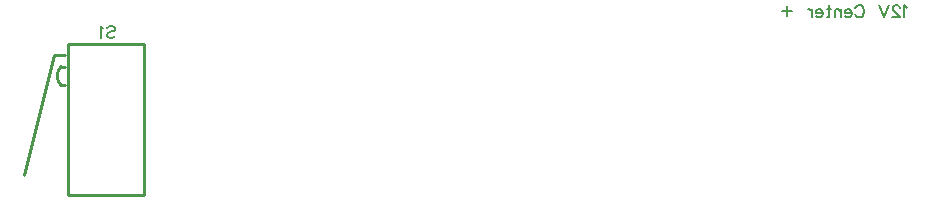
<source format=gbr>
G04 DipTrace 3.3.0.0*
G04 BottomSilk.gbr*
%MOIN*%
G04 #@! TF.FileFunction,Legend,Bot*
G04 #@! TF.Part,Single*
%ADD10C,0.009843*%
%ADD96C,0.006176*%
%FSLAX26Y26*%
G04*
G70*
G90*
G75*
G01*
G04 BotSilk*
%LPD*%
X1060083Y2846772D2*
D10*
X1315942D1*
Y2342835D1*
X1060083D1*
Y2846772D1*
X1051208Y2807313D2*
X1013685D1*
X913701Y2407288D1*
X1038682Y2769820D2*
G03X1038682Y2707282I31392J-31269D01*
G01*
Y2769820D2*
X1051208D1*
X1038682Y2707282D2*
X1051208D1*
X1192132Y2899602D2*
D96*
X1195935Y2903449D1*
X1201683Y2905350D1*
X1209332D1*
X1215080Y2903449D1*
X1218927Y2899602D1*
Y2895800D1*
X1216981Y2891953D1*
X1215080Y2890052D1*
X1211278Y2888150D1*
X1199781Y2884303D1*
X1195935Y2882402D1*
X1194033Y2880457D1*
X1192132Y2876654D1*
Y2870906D1*
X1195935Y2867104D1*
X1201683Y2865158D1*
X1209332D1*
X1215080Y2867104D1*
X1218927Y2870906D1*
X1179781Y2897657D2*
X1175934Y2899602D1*
X1170186Y2905306D1*
Y2865158D1*
X3857969Y2966606D2*
X3854122Y2968551D1*
X3848374Y2974255D1*
Y2934107D1*
X3834077Y2964704D2*
Y2966606D1*
X3832176Y2970452D1*
X3830275Y2972354D1*
X3826428Y2974255D1*
X3818779D1*
X3814976Y2972354D1*
X3813075Y2970452D1*
X3811130Y2966606D1*
Y2962803D1*
X3813075Y2958956D1*
X3816878Y2953253D1*
X3836023Y2934107D1*
X3809228D1*
X3796877Y2974299D2*
X3781578Y2934107D1*
X3766280Y2974299D1*
X3686352Y2964749D2*
X3688253Y2968551D1*
X3692100Y2972398D1*
X3695902Y2974299D1*
X3703551D1*
X3707398Y2972398D1*
X3711201Y2968551D1*
X3713146Y2964749D1*
X3715048Y2959001D1*
Y2949406D1*
X3713146Y2943702D1*
X3711201Y2939855D1*
X3707398Y2936053D1*
X3703551Y2934107D1*
X3695902D1*
X3692100Y2936053D1*
X3688253Y2939855D1*
X3686352Y2943702D1*
X3674000Y2949406D2*
X3651052D1*
Y2953253D1*
X3652954Y2957099D1*
X3654855Y2959001D1*
X3658702Y2960902D1*
X3664450D1*
X3668252Y2959001D1*
X3672099Y2955154D1*
X3674000Y2949406D1*
Y2945603D1*
X3672099Y2939855D1*
X3668252Y2936053D1*
X3664450Y2934107D1*
X3658702D1*
X3654855Y2936053D1*
X3651052Y2939855D1*
X3638701Y2960902D2*
Y2934107D1*
Y2953253D2*
X3632953Y2959001D1*
X3629106Y2960902D1*
X3623402D1*
X3619556Y2959001D1*
X3617654Y2953253D1*
Y2934107D1*
X3599555Y2974299D2*
Y2941756D1*
X3597654Y2936053D1*
X3593807Y2934107D1*
X3590004D1*
X3605303Y2960902D2*
X3591906D1*
X3577653Y2949406D2*
X3554705D1*
Y2953253D1*
X3556606Y2957099D1*
X3558507Y2959001D1*
X3562354Y2960902D1*
X3568102D1*
X3571905Y2959001D1*
X3575752Y2955154D1*
X3577653Y2949406D1*
Y2945603D1*
X3575752Y2939855D1*
X3571905Y2936053D1*
X3568102Y2934107D1*
X3562354D1*
X3558507Y2936053D1*
X3554705Y2939855D1*
X3542354Y2960902D2*
Y2934107D1*
Y2949406D2*
X3540408Y2955154D1*
X3536606Y2959001D1*
X3532759Y2960902D1*
X3527011D1*
X3458579Y2971403D2*
Y2936959D1*
X3475779Y2954159D2*
X3441335D1*
M02*

</source>
